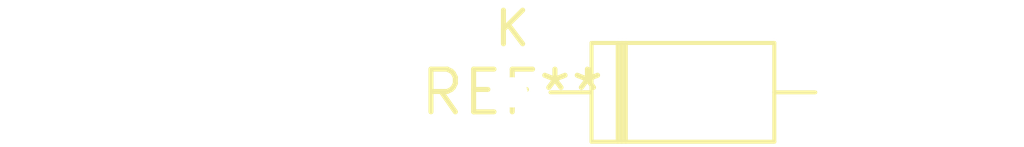
<source format=kicad_pcb>
(kicad_pcb (version 20240108) (generator pcbnew)
  (layers (0 "F.Cu" signal) (31 "B.Cu" signal) (34 "B.Paste" user) (35 "F.Paste" user) (36 "B.SilkS" user "B.Silkscreen") (37 "F.SilkS" user "F.Silkscreen") (38 "B.Mask" user) (39 "F.Mask" user) (44 "Edge.Cuts" user))
  (net 0 "")
  (footprint "D_A-405_P10.16mm_Horizontal" (layer "F.Cu") (at 0 0)
    (property "Reference" "REF**")
    (property "Value" "D_A-405_P10.16mm_Horizontal")
    (fp_line (start 1.14 0) (end 2.36 0) (layer "F.SilkS") (stroke (width 0.12)))
    (fp_line (start 2.36 -1.47) (end 2.36 1.47) (layer "F.SilkS") (stroke (width 0.12)))
    (fp_line (start 2.36 1.47) (end 7.8 1.47) (layer "F.SilkS") (stroke (width 0.12)))
    (fp_line (start 3.14 -1.47) (end 3.14 1.47) (layer "F.SilkS") (stroke (width 0.12)))
    (fp_line (start 3.26 -1.47) (end 3.26 1.47) (layer "F.SilkS") (stroke (width 0.12)))
    (fp_line (start 3.38 -1.47) (end 3.38 1.47) (layer "F.SilkS") (stroke (width 0.12)))
    (fp_line (start 7.8 -1.47) (end 2.36 -1.47) (layer "F.SilkS") (stroke (width 0.12)))
    (fp_line (start 7.8 1.47) (end 7.8 -1.47) (layer "F.SilkS") (stroke (width 0.12)))
    (fp_line (start 9.02 0) (end 7.8 0) (layer "F.SilkS") (stroke (width 0.12)))
    (fp_text user "K" (at 0 -1.9 0) (layer "F.SilkS"))
    (pad "1" thru_hole rect (at 0 0) (size 1.8 1.8) (drill 0.9) (layers *.Cu *.Mask) (remove_unused_layers))
    (pad "2" thru_hole oval (at 10.16 0) (size 1.8 1.8) (drill 0.9) (layers *.Cu *.Mask) (remove_unused_layers))
  )
)
</source>
